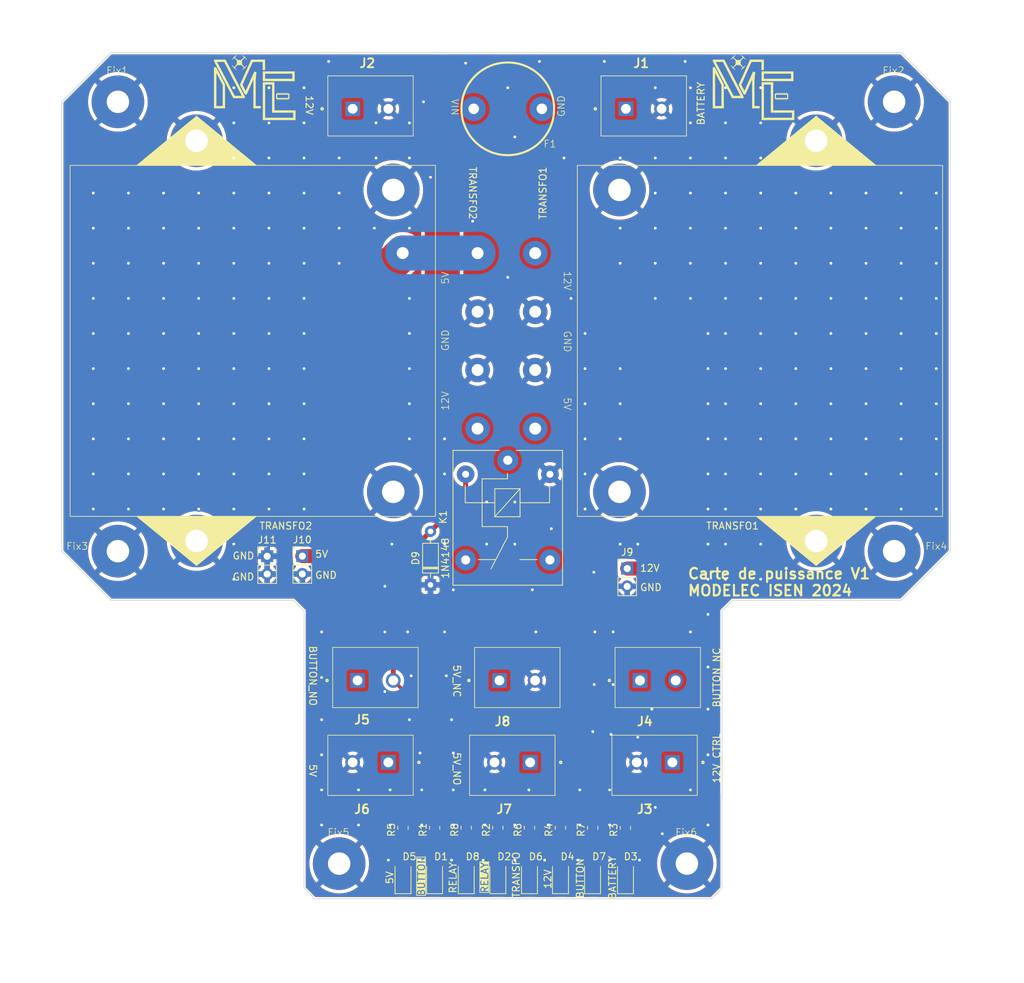
<source format=kicad_pcb>
(kicad_pcb (version 20221018) (generator pcbnew)
  (title_block (title "Carte de puissance") (date "2023-12-20") (rev "1.1") (company "Modelec"))
  (layers (0 "F.Cu" signal) (31 "B.Cu" signal) (34 "B.Paste" user) (35 "F.Paste" user) (36 "B.SilkS" user "B.Silkscreen") (37 "F.SilkS" user "F.Silkscreen") (38 "B.Mask" user) (39 "F.Mask" user) (44 "Edge.Cuts" user))
  (net 0 "")
  (net 1 "GND")
  (net 2 "Net-(D1-A)")
  (net 3 "Net-(D2-A)")
  (net 4 "Net-(D3-A)")
  (net 5 "Net-(D4-A)")
  (net 6 "Net-(D5-A)")
  (net 7 "Net-(D6-A)")
  (net 8 "Net-(D7-A)")
  (net 9 "Net-(D8-A)")
  (net 10 "+12V")
  (net 11 "+5V")
  (net 12 "BUTTON_NO")
  (net 13 "BATTERY")
  (net 14 "RELAY_NO")
  (net 15 "RELAY_NC")
  (net 16 "TRANSFO1")
  (net 17 "BUTTON_NC")
  (footprint "Library:FIX3.2P7.5" (layer "F.Cu") (at 139 96)
    (fp_text reference "Fix4")
    (fp_text value "~")
  )
  (footprint "Library:transfo" (layer "F.Cu") (at 119.4 66.05 -90)
    (fp_text reference "TRANSFO1" hide)
    (fp_text value "TRANSF1")
  )
  (footprint "Resistor_SMD:R_0805_2012Metric" (layer "F.Cu") (at 78.084 135.4 90)
    (fp_text reference "R8")
    (fp_text value "150Ω" hide)
  )
  (footprint "Library:logo_modelec" (layer "F.Cu") (at 48 30)
    (fp_text reference "G***" hide)
    (fp_text value "LOGO" hide)
  )
  (footprint "Resistor_SMD:R_0805_2012Metric" (layer "F.Cu") (at 91.5 135.4 90)
    (fp_text reference "R4")
    (fp_text value "680Ω" hide)
  )
  (footprint "Library:1755736" (layer "F.Cu") (at 100.815 33)
    (fp_text reference "J1")
    (fp_text value "1755736" hide)
  )
  (footprint "Library:FIX3.2P7.5" (layer "F.Cu") (at 139 32)
    (fp_text reference "Fix2")
    (fp_text value "~")
  )
  (footprint "Library:logo_modelec" (layer "F.Cu") (at 119 30)
    (fp_text reference "G***" hide)
    (fp_text value "LOGO" hide)
  )
  (footprint "Library:1755736" (layer "F.Cu") (at 62.62 114.415)
    (fp_text reference "J5")
    (fp_text value "1755736" hide)
  )
  (footprint "Connector_PinHeader_2.54mm:PinHeader_1x02_P2.54mm_Vertical" (layer "F.Cu") (at 54.75 96.71)
    (fp_text reference "J10")
    (fp_text value "Conn_01x02")
  )
  (footprint "Library:1755736" (layer "F.Cu") (at 67 126.085 180)
    (fp_text reference "J6")
    (fp_text value "1755736" hide)
  )
  (footprint "Library:1755736" (layer "F.Cu") (at 107.435 126.085 180)
    (fp_text reference "J3")
    (fp_text value "1755736" hide)
  )
  (footprint "Resistor_SMD:R_0805_2012Metric" (layer "F.Cu") (at 69.084 135.4 90)
    (fp_text reference "R5")
    (fp_text value "150Ω" hide)
  )
  (footprint "Resistor_SMD:R_0805_2012Metric" (layer "F.Cu") (at 82.584 135.4 90)
    (fp_text reference "R2")
    (fp_text value "220Ω" hide)
  )
  (footprint "LED_SMD:LED_1206_3216Metric" (layer "F.Cu") (at 82.584 142.5 90)
    (fp_text reference "D2")
    (fp_text value "RED LED" hide)
  )
  (footprint "Library:1755736" (layer "F.Cu") (at 61.92 33)
    (fp_text reference "J2")
    (fp_text value "1755736" hide)
  )
  (footprint "Library:transfo" (layer "F.Cu") (at 48.2 66.05 90)
    (fp_text reference "TRANSFO2" hide)
    (fp_text value "TRANSF1")
  )
  (footprint "LED_SMD:LED_1206_3216Metric" (layer "F.Cu") (at 69.084 142.5 90)
    (fp_text reference "D5")
    (fp_text value "GREEN LED" hide)
  )
  (footprint "LED_SMD:LED_1206_3216Metric" (layer "F.Cu") (at 91.5 142.5 90)
    (fp_text reference "D4")
    (fp_text value "GREEN LED" hide)
  )
  (footprint "Resistor_SMD:R_0805_2012Metric" (layer "F.Cu") (at 96.084 135.4 90)
    (fp_text reference "R7")
    (fp_text value "680Ω" hide)
  )
  (footprint "Library:1755736" (layer "F.Cu") (at 102.815 114.415)
    (fp_text reference "J4")
    (fp_text value "1755736" hide)
  )
  (footprint "Library:FIX3.2P7.5" (layer "F.Cu") (at 60 140.5)
    (fp_text reference "Fix5")
    (fp_text value "~")
  )
  (footprint "Library:FIX3.2P7.5" (layer "F.Cu") (at 28.5 96)
    (fp_text reference "Fix3")
    (fp_text value "~")
  )
  (footprint "Library:FIX3.2P7.5" (layer "F.Cu") (at 109.5 140.5)
    (fp_text reference "Fix6")
    (fp_text value "~")
  )
  (footprint "LED_SMD:LED_1206_3216Metric" (layer "F.Cu") (at 73.584 142.5 90)
    (fp_text reference "D1")
    (fp_text value "RED LED" hide)
  )
  (footprint "Resistor_SMD:R_0805_2012Metric" (layer "F.Cu") (at 73.584 135.4 90)
    (fp_text reference "R1")
    (fp_text value "680Ω" hide)
  )
  (footprint "LED_SMD:LED_1206_3216Metric" (layer "F.Cu") (at 78.084 142.5 90)
    (fp_text reference "D8")
    (fp_text value "GREEN LED" hide)
  )
  (footprint "Connector_PinHeader_2.54mm:PinHeader_1x02_P2.54mm_Vertical" (layer "F.Cu") (at 101 98.475)
    (fp_text reference "J9")
    (fp_text value "Conn_01x02")
  )
  (footprint "Library:porte fusible E44" (layer "F.Cu") (at 84 33 90)
    (fp_text reference "F1")
    (fp_text value "Fuse" hide)
  )
  (footprint "Library:1755736" (layer "F.Cu") (at 87.185 126.085 180)
    (fp_text reference "J7")
    (fp_text value "1755736" hide)
  )
  (footprint "LED_SMD:LED_1206_3216Metric" (layer "F.Cu") (at 96.072 142.5 90)
    (fp_text reference "D7")
    (fp_text value "GREEN LED" hide)
  )
  (footprint "Library:SRD-05VDC-SL-C" (layer "F.Cu") (at 84 83.05 -90)
    (fp_text reference "K1")
    (fp_text value "SRD-05VDC-SL-C")
  )
  (footprint "Resistor_SMD:R_0805_2012Metric" (layer "F.Cu") (at 100.742 135.408 90)
    (fp_text reference "R3")
    (fp_text value "680Ω" hide)
  )
  (footprint "LED_SMD:LED_1206_3216Metric" (layer "F.Cu") (at 87.084 142.5 90)
    (fp_text reference "D6")
    (fp_text value "GREEN LED" hide)
  )
  (footprint "Library:FIX3.2P7.5" (layer "F.Cu") (at 28.5 32)
    (fp_text reference "Fix1")
    (fp_text value "~")
  )
  (footprint "Library:1755736" (layer "F.Cu") (at 82.815 114.415)
    (fp_text reference "J8")
    (fp_text value "1755736" hide)
  )
  (footprint "Resistor_SMD:R_0805_2012Metric" (layer "F.Cu") (at 87.084 135.4 90)
    (fp_text reference "R6")
    (fp_text value "150Ω" hide)
  )
  (footprint "LED_SMD:LED_1206_3216Metric" (layer "F.Cu") (at 100.75 142.508 90)
    (fp_text reference "D3")
    (fp_text value "GREEN LED" hide)
  )
  (footprint "Diode_THT:D_DO-35_SOD27_P7.62mm_Horizontal" (layer "F.Cu") (at 73 100.81 90)
    (fp_text reference "D9")
    (fp_text value "1N4148")
  )
  (footprint "Connector_PinHeader_2.54mm:PinHeader_1x02_P2.54mm_Vertical" (layer "F.Cu") (at 49.75 96.725)
    (fp_text reference "J11")
    (fp_text value "Conn_01x02")
  )
  (gr_poly (pts (xy 56.5 145.5) (xy 55 144) (xy 55 104.5) (xy 53.5 103) (xy 27.5 103) (xy 20.5 96) (xy 20.5 32) (xy 27.5 25) (xy 69.5 25) (xy 98.5 25) (xy 140 25) (xy 147 32) (xy 147 96) (xy 140 103) (xy 116 103) (xy 114.5 104.5) (xy 114.5 144) (xy 113 145.5)) (stroke (width 0.1)) (fill none) (layer "Edge.Cuts"))
  (gr_text "GND\n" (at 102.75 101.75) (layer "F.SilkS") (effects (font (size 1 1)) (justify left bottom)))
  (gr_text "TRANSFO2" (at 79 45 270) (layer "F.SilkS") (effects (font (size 1 1))))
  (gr_text "GND\n" (at 56.5 100) (layer "F.SilkS") (effects (font (size 1 1)) (justify left bottom)))
  (gr_text "5V" (at 56.5 97) (layer "F.SilkS") (effects (font (size 1 1)) (justify left bottom)))
  (gr_text "GND\n" (at 44.75 97.25) (layer "F.SilkS") (effects (font (size 1 1)) (justify left bottom)))
  (gr_text "TRANSFO1" (at 89 45 90) (layer "F.SilkS") (effects (font (size 1 1))))
  (gr_text "Carte de puissance V1\nMODELEC ISEN 2024" (at 109.5 102.5) (layer "F.SilkS") (effects (font (size 1.5 1.5) (thickness 0.3) bold) (justify left bottom)))
  (gr_text "GND\n" (at 44.75 100.25) (layer "F.SilkS") (effects (font (size 1 1)) (justify left bottom)))
  (gr_text "12V\n" (at 102.75 99) (layer "F.SilkS") (effects (font (size 1 1)) (justify left bottom)))
  (via (at 135 65) (size 0.8) (drill 0.4) (layers "F.Cu" "B.Cu") (net 1))
  (via (at 145 55) (size 0.8) (drill 0.4) (layers "F.Cu" "B.Cu") (net 1))
  (via (at 76.25 101.5) (size 0.8) (drill 0.4) (layers "F.Cu" "B.Cu") (net 1))
  (via (at 96.25 99) (size 0.8) (drill 0.4) (layers "F.Cu" "B.Cu") (net 1))
  (via (at 50 70) (size 0.8) (drill 0.4) (layers "F.Cu" "B.Cu") (net 1))
  (via (at 45 30) (size 0.8) (drill 0.4) (layers "F.Cu" "B.Cu") (net 1))
  (via (at 50 40) (size 0.8) (drill 0.4) (layers "F.Cu" "B.Cu") (net 1))
  (via (at 55 35) (size 0.8) (drill 0.4) (layers "F.Cu" "B.Cu") (net 1))
  (via (at 40 85) (size 0.8) (drill 0.4) (layers "F.Cu" "B.Cu") (net 1))
  (via (at 45 65) (size 0.8) (drill 0.4) (layers "F.Cu" "B.Cu") (net 1))
  (via (at 145 45) (size 0.8) (drill 0.4) (layers "F.Cu" "B.Cu") (net 1))
  (via (at 75 80) (size 0.8) (drill 0.4) (layers "F.Cu" "B.Cu") (net 1))
  (via (at 130 55) (size 0.8) (drill 0.4) (layers "F.Cu" "B.Cu") (net 1))
  (via (at 70 40) (size 0.8) (drill 0.4) (layers "F.Cu" "B.Cu") (net 1))
  (via (at 110 35) (size 0.8) (drill 0.4) (layers "F.Cu" "B.Cu") (net 1))
  (via (at 112.5 112.5) (size 0.8) (drill 0.4) (layers "F.Cu" "B.Cu") (net 1))
  (via (at 73 42.75) (size 0.8) (drill 0.4) (layers "F.Cu" "B.Cu") (net 1))
  (via (at 55 55) (size 0.8) (drill 0.4) (layers "F.Cu" "B.Cu") (net 1))
  (via (at 70 60) (size 0.8) (drill 0.4) (layers "F.Cu" "B.Cu") (net 1))
  (via (at 120 55) (size 0.8) (drill 0.4) (layers "F.Cu" "B.Cu") (net 1))
  (via (at 125 45) (size 0.8) (drill 0.4) (layers "F.Cu" "B.Cu") (net 1))
  (via (at 55 75) (size 0.8) (drill 0.4) (layers "F.Cu" "B.Cu") (net 1))
  (via (at 71.75 130) (size 0.8) (drill 0.4) (layers "F.Cu" "B.Cu") (net 1))
  (via (at 85 95) (size 0.8) (drill 0.4) (layers "F.Cu" "B.Cu") (net 1))
  (via (at 94.25 135) (size 0.8) (drill 0.4) (layers "F.Cu" "B.Cu") (net 1))
  (via (at 45 95) (size 0.8) (drill 0.4) (layers "F.Cu" "B.Cu") (net 1))
  (via (at 76 120) (size 0.8) (drill 0.4) (layers "F.Cu" "B.Cu") (net 1))
  (via (at 25 75) (size 0.8) (drill 0.4) (layers "F.Cu" "B.Cu") (net 1))
  (via (at 60 55) (size 0.8) (drill 0.4) (layers "F.Cu" "B.Cu") (net 1))
  (via (at 110 30) (size 0.8) (drill 0.4) (layers "F.Cu" "B.Cu") (net 1))
  (via (at 135 45) (size 0.8) (drill 0.4) (layers "F.Cu" "B.Cu") (net 1))
  (via (at 102.75 140) (size 0.8) (drill 0.4) (layers "F.Cu" "B.Cu") (net 1))
  (via (at 110 50) (size 0.8) (drill 0.4) (layers "F.Cu" "B.Cu") (net 1))
  (via (at 71.5 140) (size 0.8) (drill 0.4) (layers "F.Cu" "B.Cu") (net 1))
  (via (at 69.75 107.5) (size 0.8) (drill 0.4) (layers "F.Cu" "B.Cu") (net 1))
  (via (at 115 85) (size 0.8) (drill 0.4) (layers "F.Cu" "B.Cu") (net 1))
  (via (at 130 60) (size 0.8) (drill 0.4) (layers "F.Cu" "B.Cu") (net 1))
  (via (at 40 75) (size 0.8) (drill 0.4) (layers "F.Cu" "B.Cu") (net 1))
  (via (at 75.25 113.75) (size 0.8) (drill 0.4) (layers "F.Cu" "B.Cu") (net 1))
  (via (at 84 57) (size 0.8) (drill 0.4) (layers "F.Cu" "B.Cu") (net 1))
  (via (at 40 45) (size 0.8) (drill 0.4) (layers "F.Cu" "B.Cu") (net 1))
  (via (at 120 30) (size 0.8) (drill 0.4) (layers "F.Cu" "B.Cu") (net 1))
  (via (at 75 85) (size 0.8) (drill 0.4) (layers "F.Cu" "B.Cu") (net 1))
  (via (at 135 50) (size 0.8) (drill 0.4) (layers "F.Cu" "B.Cu") (net 1))
  (via (at 115 80) (size 0.8) (drill 0.4) (layers "F.Cu" "B.Cu") (net 1))
  (via (at 35 85) (size 0.8) (drill 0.4) (layers "F.Cu" "B.Cu") (net 1))
  (via (at 120 65) (size 0.8) (drill 0.4) (layers "F.Cu" "B.Cu") (net 1))
  (via (at 94.25 130) (size 0.8) (drill 0.4) (layers "F.Cu" "B.Cu") (net 1))
  (via (at 85 89) (size 0.8) (drill 0.4) (layers "F.Cu" "B.Cu") (net 1))
  (via (at 120 50) (size 0.8) (drill 0.4) (layers "F.Cu" "B.Cu") (net 1))
  (via (at 35 70) (size 0.8) (drill 0.4) (layers "F.Cu" "B.Cu") (net 1))
  (via (at 125 80) (size 0.8) (drill 0.4) (layers "F.Cu" "B.Cu") (net 1))
  (via (at 140 65) (size 0.8) (drill 0.4) (layers "F.Cu" "B.Cu") (net 1))
  (via (at 115 100) (size 0.8) (drill 0.4) (layers "F.Cu" "B.Cu") (net 1))
  (via (at 55 85) (size 0.8) (drill 0.4) (layers "F.Cu" "B.Cu") (net 1))
  (via (at 120 100) (size 0.8) (drill 0.4) (layers "F.Cu" "B.Cu") (net 1))
  (via (at 135 55) (size 0.8) (drill 0.4) (layers "F.Cu" "B.Cu") (net 1))
  (via (at 70 70) (size 0.8) (drill 0.4) (layers "F.Cu" "B.Cu") (net 1))
  (via (at 110 107.5) (size 0.8) (drill 0.4) (layers "F.Cu" "B.Cu") (net 1))
  (via (at 67.25 130) (size 0.8) (drill 0.4) (layers "F.Cu" "B.Cu") (net 1))
  (via (at 30 85) (size 0.8) (drill 0.4) (layers "F.Cu" "B.Cu") (net 1))
  (via (at 65.25 40) (size 0.8) (drill 0.4) (layers "F.Cu" "B.Cu") (net 1))
  (via (at 70 35) (size 0.8) (drill 0.4) (layers "F.Cu" "B.Cu") (net 1))
  (via (at 35 50) (size 0.8) (drill 0.4) (layers "F.Cu" "B.Cu") (net 1))
  (via (at 98.5 135) (size 0.8) (drill 0.4) (layers "F.Cu" "B.Cu") (net 1))
  (via (at 35 90) (size 0.8) (drill 0.4) (layers "F.Cu" "B.Cu") (net 1))
  (via (at 60 40) (size 0.8) (drill 0.4) (layers "F.Cu" "B.Cu") (net 1))
  (via (at 112.5 90) (size 0.8) (drill 0.4) (layers "F.Cu" "B.Cu") (net 1))
  (via (at 95 90) (size 0.8) (drill 0.4) (layers "F.Cu" "B.Cu") (net 1))
  (via (at 50 75) (size 0.8) (drill 0.4) (layers "F.Cu" "B.Cu") (net 1))
  (via (at 115 75) (size 0.8) (drill 0.4) (layers "F.Cu" "B.Cu") (net 1))
  (via (at 98.7 122.1) (size 0.8) (drill 0.4) (layers "F.Cu" "B.Cu") (net 1))
  (via (at 66.5 107.5) (size 0.8) (drill 0.4) (layers "F.Cu" "B.Cu") (net 1))
  (via (at 99 107.5) (size 0.8) (drill 0.4) (layers "F.Cu" "B.Cu") (net 1))
  (via (at 100 75) (size 0.8) (drill 0.4) (layers "F.Cu" "B.Cu") (net 1))
  (via (at 71.75 135) (size 0.8) (drill 0.4) (layers "F.Cu" "B.Cu") (net 1))
  (via (at 25 65) (size 0.8) (drill 0.4) (layers "F.Cu" "B.Cu") (net 1))
  (via (at 105 50) (size 0.8) (drill 0.4) (layers "F.Cu" "B.Cu") (net 1))
  (via (at 102.5 122.5) (size 0.8) (drill 0.4) (layers "F.Cu" "B.Cu") (net 1))
  (via (at 120 35) (size 0.8) (drill 0.4) (layers "F.Cu" "B.Cu") (net 1))
  (via (at 140 75) (size 0.8) (drill 0.4) (layers "F.Cu" "B.Cu") (net 1))
  (via (at 76.25 135) (size 0.8) (drill 0.4) (layers "F.Cu" "B.Cu") (net 1))
  (via (at 100 50) (size 0.8) (drill 0.4) (layers "F.Cu" "B.Cu") (net 1))
  (via (at 95 70) (size 0.8) (drill 0.4) (layers "F.Cu" "B.Cu") (net 1))
  (via (at 90.2 92.8) (size 0.8) (drill 0.4) (layers "F.Cu" "B.Cu") (net 1))
  (via (at 85 135) (size 0.8) (drill 0.4) (layers "F.Cu" "B.Cu") (net 1))
  (via (at 130 75) (size 0.8) (drill 0.4) (layers "F.Cu" "B.Cu") (net 1))
  (via (at 115 70) (size 0.8) (drill 0.4) (layers "F.Cu" "B.Cu") (net 1))
  (via (at 110 60) (size 0.8) (drill 0.4) (layers "F.Cu" "B.Cu") (net 1))
  (via (at 79 49) (size 0.8) (drill 0.4) (layers "F.Cu" "B.Cu") (net 1))
  (via (at 96.1 121.7) (size 0.8) (drill 0.4) (layers "F.Cu" "B.Cu") (net 1))
  (via (at 140 90) (size 0.8) (drill 0.4) (layers "F.Cu" "B.Cu") (net 1))
  (via (at 25 90) (size 0.8) (drill 0.4) (layers "F.Cu" "B.Cu") (net 1))
  (via (at 45 60) (size 0.8) (drill 0.4) (layers "F.Cu" "B.Cu") (net 1))
  (via (at 35 60) (size 0.8) (drill 0.4) (layers "F.Cu" "B.Cu") (net 1))
  (via (at 88.5 26.25) (size 0.8) (drill 0.4) (layers "F.Cu" "B.Cu") (net 1))
  (via (at 50 65) (size 0.8) (drill 0.4) (layers "F.Cu" "B.Cu") (net 1))
  (via (at 30 50) (size 0.8) (drill 0.4) (layers "F.Cu" "B.Cu") (net 1))
  (via (at 94 140) (size 0.8) (drill 0.4) (layers "F.Cu" "B.Cu") (net 1))
  (via (at 30 60) (size 0.8) (drill 0.4) (layers "F.Cu" "B.Cu") (net 1))
  (via (at 130 90) (size 0.8) (drill 0.4) (layers "F.Cu" "B.Cu") (net 1))
  (via (at 57.5 120) (size 0.8) (drill 0.4) (layers "F.Cu" "B.Cu") (net 1))
  (via (at 35 55) (size 0.8) (drill 0.4) (layers "F.Cu" "B.Cu") (net 1))
  (via (at 87.5 101.5) (size 0.8) (drill 0.4) (layers "F.Cu" "B.Cu") (net 1))
  (via (at 83.5 120.25) (size 0.8) (drill 0.4) (layers "F.Cu" "B.Cu") (net 1))
  (via (at 67.25 135) (size 0.8) (drill 0.4) (layers "F.Cu" "B.Cu") (net 1))
  (via (at 112.5 118.5) (size 0.8) (drill 0.4) (layers "F.Cu" "B.Cu") (net 1))
  (via (at 50 30) (size 0.8) (drill 0.4) (layers "F.Cu" "B.Cu") (net 1))
  (via (at 66.5 101) (size 0.8) (drill 0.4) (layers "F.Cu" "B.Cu") (net 1))
  (via (at 112.5 80) (size 0.8) (drill 0.4) (layers "F.Cu" "B.Cu") (net 1))
  (via (at 67.5 95) (size 0.8) (drill 0.4) (layers "F.Cu" "B.Cu") (net 1))
  (via (at 120 95) (size 0.8) (drill 0.4) (layers "F.Cu" "B.Cu") (net 1))
  (via (at 125 70) (size 0.8) (drill 0.4) (layers "F.Cu" "B.Cu") (net 1))
  (via (at 98.5 140) (size 0.8) (drill 0.4) (layers "F.Cu" "B.Cu") (net 1))
  (via (at 50 50) (size 0.8) (drill 0.4) (layers "F.Cu" "B.Cu") (net 1))
  (via (at 140 55) (size 0.8) (drill 0.4) (layers "F.Cu" "B.Cu") (net 1))
  (via (at 145 60) (size 0.8) (drill 0.4) (layers "F.Cu" "B.Cu") (net 1))
  (via (at 60 45) (size 0.8) (drill 0.4) (layers "F.Cu" "B.Cu") (net 1))
  (via (at 112.5 70) (size 0.8) (drill 0.4) (layers "F.Cu" "B.Cu") (net 1))
  (via (at 95 75) (size 0.8) (drill 0.4) (layers "F.Cu" "B.Cu") (net 1))
  (via (at 130 80) (size 0.8) (drill 0.4) (layers "F.Cu" "B.Cu") (net 1))
  (via (at 45 75) (size 0.8) (drill 0.4) (layers "F.Cu" "B.Cu") (net 1))
  (via (at 115 95) (size 0.8) (drill 0.4) (layers "F.Cu" "B.Cu") (net 1))
  (via (at 110 40) (size 0.8) (drill 0.4) (layers "F.Cu" "B.Cu") (net 1))
  (via (at 120 60) (size 0.8) (drill 0.4) (layers "F.Cu" "B.Cu") (net 1))
  (via (at 50 45) (size 0.8) (drill 0.4) (layers "F.Cu" "B.Cu") (net 1))
  (via (at 80.75 130) (size 0.8) (drill 0.4) (layers "F.Cu" "B.Cu") (net 1))
  (via (at 112.5 75) (size 0.8) (drill 0.4) (layers "F.Cu" "B.Cu") (net 1))
  (via (at 100 70) (size 0.8) (drill 0.4) (layers "F.Cu" "B.Cu") (net 1))
  (via (at 98.5 130) (size 0.8) (drill 0.4) (layers "F.Cu" "B.Cu") (net 1))
  (via (at 106 136.25) (size 0.8) (drill 0.4) (layers "F.Cu" "B.Cu") (net 1))
  (via (at 135 80) (size 0.8) (drill 0.4) (layers "F.Cu" "B.Cu") (net 1))
  (via (at 110 55) (size 0.8) (drill 0.4) (layers "F.Cu" "B.Cu") (net 1))
  (via (at 89.75 135) (size 0.8) (drill 0.4) (layers "F.Cu" "B.Cu") (net 1))
  (via (at 145 70) (size 0.8) (drill 0.4) (layers "F.Cu" "B.Cu") (net 1))
  (via (at 62.75 130) (size 0.8) (drill 0.4) (layers "F.Cu" "B.Cu") (net 1))
  (via (at 115 60) (size 0.8) (drill 0.4) (layers "F.Cu" "B.Cu") (net 1))
  (via (at 30 75) (size 0.8) (drill 0.4) (layers "F.Cu" "B.Cu") (net 1))
  (via (at 81 89) (size 0.8) (drill 0.4) (layers "F.Cu" "B.Cu") (net 1))
  (via (at 140 80) (size 0.8) (drill 0.4) (layers "F.Cu" "B.Cu") (net 1))
  (via (at 76.25 130) (size 0.8) (drill 0.4) (layers "F.Cu" "B.Cu") (net 1))
  (via (at 81 95) (size 0.8) (drill 0.4) (layers "F.Cu" "B.Cu") (net 1))
  (via (at 71.5 124.75) (size 0.8) (drill 0.4) (layers "F.Cu" "B.Cu") (net 1))
  (via (at 57.5 107.5) (size 0.8) (drill 0.4) (layers "F.Cu" "B.Cu") (net 1))
  (via (at 87 130) (size 0.8) (drill 0.4) (layers "F.Cu" "B.Cu") (net 1))
  (via (at 30 80) (size 0.8) (drill 0.4) (layers "F.Cu" "B.Cu") (net 1))
  (via (at 95 85) (size 0.8) (drill 0.4) (layers "F.Cu" "B.Cu") (net 1))
  (via (at 45 80) (size 0.8) (drill 0.4) (layers "F.Cu" "B.Cu") (net 1))
  (via (at 135 85) (size 0.8) (drill 0.4) (layers "F.Cu" "B.Cu") (net 1))
  (via (at 112.5 125) (size 0.8) (drill 0.4) (layers "F.Cu" "B.Cu") (net 1))
  (via (at 25 50) (size 0.8) (drill 0.4) (layers "F.Cu" "B.Cu") (net 1))
  (via (at 40 65) (size 0.8) (drill 0.4) (layers "F.Cu" "B.Cu") (net 1))
  (via (at 125 55) (size 0.8) (drill 0.4) (layers "F.Cu" "B.Cu") (net 1))
  (via (at 120 70) (size 0.8) (drill 0.4) (layers "F.Cu" "B.Cu") (net 1))
  (via (at 67 140) (size 0.8) (drill 0.4) (layers "F.Cu" "B.Cu") (net 1))
  (via (at 25 45) (size 0.8) (drill 0.4) (layers "F.Cu" "B.Cu") (net 1))
  (via (at 65 50) (size 0.8) (drill 0.4) (layers "F.Cu" "B.Cu") (net 1))
  (via (at 115 30) (size 0.8) (drill 0.4) (layers "F.Cu" "B.Cu") (net 1))
  (via (at 50 85) (size 0.8) (drill 0.4) (layers "F.Cu" "B.Cu") (net 1))
  (via (at 115 55) (size 0.8) (drill 0.4) (layers "F.Cu" "B.Cu") (net 1))
  (via (at 55 50) (size 0.8) (drill 0.4) (layers "F.Cu" "B.Cu") (net 1))
  (via (at 45 90) (size 0.8) (drill 0.4) (layers "F.Cu" "B.Cu") (net 1))
  (via (at 115 65) (size 0.8) (drill 0.4) (layers "F.Cu" "B.Cu") (net 1))
  (via (at 55 30) (size 0.8) (drill 0.4) (layers "F.Cu" "B.Cu") (net 1))
  (via (at 25 55) (size 0.8) (drill 0.4) (layers "F.Cu" "B.Cu") (net 1))
  (via (at 50 90) (size 0.8) (drill 0.4) (layers "F.Cu" "B.Cu") (net 1))
  (via (at 145 85) (size 0.8) (drill 0.4) (layers "F.Cu" "B.Cu") (net 1))
  (via (at 110 130) (size 0.8) (drill 0.4) (layers "F.Cu" "B.Cu") (net 1))
  (via (at 140 60) (size 0.8) (drill 0.4) (layers "F.Cu" "B.Cu") (net 1))
  (via (at 115 40) (size 0.8) (drill 0.4) (layers "F.Cu" "B.Cu") (net 1))
  (via (at 25 70) (size 0.8) (drill 0.4) (layers "F.Cu" "B.Cu") (net 1))
  (via (at 50 60) (size 0.8) (drill 0.4) (layers "F.Cu" "B.Cu") (net 1))
  (via (at 25 80) (size 0.8) (drill 0.4) (layers "F.Cu" "B.Cu") (net 1))
  (via (at 105 60) (size 0.8) (drill 0.4) (layers "F.Cu" "B.Cu") (net 1))
  (via (at 125 65) (size 0.8) (drill 0.4) (layers "F.Cu" "B.Cu") (net 1))
  (via (at 40 55) (size 0.8) (drill 0.4) (layers "F.Cu" "B.Cu") (net 1))
  (via (at 112.5 105) (size 0.8) (drill 0.4) (layers "F.Cu" "B.Cu") (net 1))
  (via (at 95 80) (size 0.8) (drill 0.4) (layers "F.Cu" "B.Cu") (net 1))
  (via (at 45 45) (size 0.8) (drill 0.4) (layers "F.Cu" "B.Cu") (net 1))
  (via (at 100 40) (size 0.8) (drill 0.4) (layers "F.Cu" "B.Cu") (net 1))
  (via (at 99 115) (size 0.8) (drill 0.4) (layers "F.Cu" "B.Cu") (net 1))
  (via (at 109.25 26.25) (size 0.8) (drill 0.4) (layers "F.Cu" "B.Cu") (net 1))
  (via (at 50 80) (size 0.8) (drill 0.4) (layers "F.Cu" "B.Cu") (net 1))
  (via (at 145 50) (size 0.8) (drill 0.4) (layers "F.Cu" "B.Cu") (net 1))
  (via (at 115 35) (size 0.8) (drill 0.4) (layers "F.Cu" "B.Cu") (net 1))
  (via (at 45 70) (size 0.8) (drill 0.4) (layers "F.Cu" "B.Cu") (net 1))
  (via (at 130 70) (size 0.8) (drill 0.4) (layers "F.Cu" "B.Cu") (net 1))
  (via (at 40 70) (size 0.8) (drill 0.4) (layers "F.Cu" "B.Cu") (net 1))
  (via (at 84 30) (size 0.8) (drill 0.4) (layers "F.Cu" "B.Cu") (net 1))
  (via (at 40 90) (size 0.8) (drill 0.4) (layers "F.Cu" "B.Cu") (net 1))
  (via (at 55 65) (size 0.8) (drill 0.4) (layers "F.Cu" "B.Cu") (net 1))
  (via (at 70 65) (size 0.8) (drill 0.4) (layers "F.Cu" "B.Cu") (net 1))
  (via (at 78 26.5) (size 0.8) (drill 0.4) (layers "F.Cu" "B.Cu") (net 1))
  (via (at 55 60) (size 0.8) (drill 0.4) (layers "F.Cu" "B.Cu") (net 1))
  (via (at 72 32) (size 0.8) (drill 0.4) (layers "F.Cu" "B.Cu") (net 1))
  (via (at 97.75 26.25) (size 0.8) (drill 0.4) (layers "F.Cu" "B.Cu") (net 1))
  (via (at 93 60) (size 0.8) (drill 0.4) (layers "F.Cu" "B.Cu") (net 1))
  (via (at 110 45) (size 0.8) (drill 0.4) (layers "F.Cu" "B.Cu") (net 1))
  (via (at 135 75) (size 0.8) (drill 0.4) (layers "F.Cu" "B.Cu") (net 1))
  (via (at 125 90) (size 0.8) (drill 0.4) (layers "F.Cu" "B.Cu") (net 1))
  (via (at 96.3 115) (size 0.8) (drill 0.4) (layers "F.Cu" "B.Cu") (net 1))
  (via (at 57.5 130) (size 0.8) (drill 0.4) (layers "F.Cu" "B.Cu") (net 1))
  (via (at 102.5 95) (size 0.8) (drill 0.4) (layers "F.Cu" "B.Cu") (net 1))
  (via (at 145 80) (size 0.8) (drill 0.4) (layers "F.Cu" "B.Cu") (net 1))
  (via (at 80.75 135) (size 0.8) (drill 0.4) (layers "F.Cu" "B.Cu") (net 1))
  (via (at 60 50) (size 0.8) (drill 0.4) (layers "F.Cu" "B.Cu") (net 1))
  (via (at 89.25 140) (size 0.8) (drill 0.4) (layers "F.Cu" "B.Cu") (net 1))
  (via (at 35 45) (size 0.8) (drill 0.4) (layers "F.Cu" "B.Cu") (net 1))
  (via (at 120 90) (size 0.8) (drill 0.4) (layers "F.Cu" "B.Cu") (net 1))
  (via (at 30 55) (size 0.8) (drill 0.4) (layers "F.Cu" "B.Cu") (net 1))
  (via (at 30 65) (size 0.8) (drill 0.4) (layers "F.Cu" "B.Cu") (net 1))
  (via (at 45 50) (size 0.8) (drill 0.4) (layers "F.Cu" "B.Cu") (net 1))
  (via (at 115 90) (size 0.8) (drill 0.4) (layers "F.Cu" "B.Cu") (net 1))
  (via (at 70 120) (size 0.8) (drill 0.4) (layers "F.Cu" "B.Cu") (net 1))
  (via (at 35 75) (size 0.8) (drill 0.4) (layers "F.Cu" "B.Cu") (net 1))
  (via (at 125 75) (size 0.8) (drill 0.4) (layers "F.Cu" "B.Cu") (net 1))
  (via (at 130 50) (size 0.8) (drill 0.4) (layers "F.Cu" "B.Cu") (net 1))
  (via (at 75 95) (size 0.8) (drill 0.4) (layers "F.Cu" "B.Cu") (net 1))
  (via (at 75 107.5) (size 0.8) (drill 0.4) (layers "F.Cu" "B.Cu") (net 1))
  (via (at 112.5 135) (size 0.8) (drill 0.4) (layers "F.Cu" "B.Cu") (net 1))
  (via (at 120 45) (size 0.8) (drill 0.4) (layers "F.Cu" "B.Cu") (net 1))
  (via (at 88 107.5) (size 0.8) (drill 0.4) (layers "F.Cu" "B.Cu") (net 1))
  (via (at 55 80) (size 0.8) (drill 0.4) (layers "F.Cu" "B.Cu") (net 1))
  (via (at 125 60) (size 0.8) (drill 0.4) (layers "F.Cu" "B.Cu") (net 1))
  (via (at 76.25 124.75) (size 0.8) (drill 0.4) (layers "F.Cu" "B.Cu") (net 1))
  (via (at 112.5 100) (size 0.8) (drill 0.4) (layers "F.Cu" "B.Cu") (net 1))
  (via (at 70 50) (size 0.8) (drill 0.4) (layers "F.Cu" "B.Cu") (net 1))
  (via (at 55 40) (size 0.8) (drill 0.4) (layers "F.Cu" "B.Cu") (net 1))
  (via (at 80.5 140) (size 0.8) (drill 0.4) (layers "F.Cu" "B.Cu") (net 1))
  (via (at 85 140) (size 0.8) (drill 0.4) (layers "F.Cu" "B.Cu") (net 1))
  (via (at 35 80) (size 0.8) (drill 0.4) (layers "F.Cu" "B.Cu") (net 1))
  (via (at 30 45) (size 0.8) (drill 0.4) (layers "F.Cu" "B.Cu") (net 1))
  (via (at 140 45) (size 0.8) (drill 0.4) (layers "F.Cu" "B.Cu") (net 1))
  (via (at 30 90) (size 0.8) (drill 0.4) (layers "F.Cu" "B.Cu") (net 1))
  (via (at 145 65) (size 0.8) (drill 0.4) (layers "F.Cu" "B.Cu") (net 1))
  (via (at 70 80) (size 0.8) (drill 0.4) (layers "F.Cu" "B.Cu") (net 1))
  (via (at 25 85) (size 0.8) (drill 0.4) (layers "F.Cu" "B.Cu") (net 1))
  (via (at 140 85) (size 0.8) (drill 0.4) (layers "F.Cu" "B.Cu") (net 1))
  (via (at 40 80) (size 0.8) (drill 0.4) (layers "F.Cu" "B.Cu") (net 1))
  (via (at 58.5 26.25) (size 0.8) (drill 0.4) (layers "F.Cu" "B.Cu") (net 1))
  (via (at 55 90) (size 0.8) (drill 0.4) (layers "F.Cu" "B.Cu") (net 1))
  (via (at 105 45) (size 0.8) (drill 0.4) (layers "F.Cu" "B.Cu") (net 1))
  (via (at 135 70) (size 0.8) (drill 0.4) (layers "F.Cu" "B.Cu") (net 1))
  (via (at 120 80) (size 0.8) (drill 0.4) (layers "F.Cu" "B.Cu") (net 1))
  (via (at 140 70) (size 0.8) (drill 0.4) (layers "F.Cu" "B.Cu") (net 1))
  (via (at 40 50) (size 0.8) (drill 0.4) (layers "F.Cu" "B.Cu") (net 1))
  (via (at 120 85) (size 0.8) (drill 0.4) (layers "F.Cu" "B.Cu") (net 1))
  (via (at 55 70) (size 0.8) (drill 0.4) (layers "F.Cu" "B.Cu") (net 1))
  (via (at 30 70) (size 0.8) (drill 0.4) (layers "F.Cu" "B.Cu") (net 1))
  (via (at 130 45) (size 0.8) (drill 0.4) (layers "F.Cu" "B.Cu") (net 1))
  (via (at 50 35) (size 0.8) (drill 0.4) (layers "F.Cu" "B.Cu") (net 1))
  (via (at 45 55) (size 0.8) (drill 0.4) (layers "F.Cu" "B.Cu") (net 1))
  (via (at 45 40) (size 0.8) (drill 0.4) (layers "F.Cu" "B.Cu") (net 1))
  (via (at 70 75) (size 0.8) (drill 0.4) (layers "F.Cu" "B.Cu") (net 1))
  (via (at 125 50) (size 0.8) (drill 0.4) (layers "F.Cu" "B.Cu") (net 1))
  (via (at 65.25 35) (size 0.8) (drill 0.4) (layers "F.Cu" "B.Cu") (net 1))
  (via (at 85 37) (size 0.8) (drill 0.4) (layers "F.Cu" "B.Cu") (net 1))
  (via (at 130 85) (size 0.8) (drill 0.4) (layers "F.Cu" "B.Cu") (net 1))
  (via (at 105 30) (size 0.8) (drill 0.4) (layers "F.Cu" "B.Cu") (net 1))
  (via (at 57.5 135) (size 0.8) (drill 0.4) (layers "F.Cu" "B.Cu") (net 1))
  (via (at 57.5 125) (size 0.8) (drill 0.4) (layers "F.Cu" "B.Cu") (net 1))
  (via (at 100 95) (size 0.8) (drill 0.4) (layers "F.Cu" "B.Cu") (net 1))
  (via (at 25 60) (size 0.8) (drill 0.4) (layers "F.Cu" "B.Cu") (net 1))
  (via (at 115 50) (size 0.8) (drill 0.4) (layers "F.Cu" "B.Cu") (net 1))
  (via (at 115 45) (size 0.8) (drill 0.4) (layers "F.Cu" "B.Cu") (net 1))
  (via (at 140 50) (size 0.8) (drill 0.4) (layers "F.Cu" "B.Cu") (net 1))
  (via (at 92 40) (size 0.8) (drill 0.4) (layers "F.Cu" "B.Cu") (net 1))
  (via (at 125 85) (size 0.8) (drill 0.4) (layers "F.Cu" "B.Cu") (net 1))
  (via (at 100 80) (size 0.8) (drill 0.4) (layers "F.Cu" "B.Cu") (net 1))
  (via (at 62.75 135) (size 0.8) (drill 0.4) (layers "F.Cu" "B.Cu") (net 1))
  (via (at 57.5 114) (size 0.8) (drill 0.4) (layers "F.Cu" "B.Cu") (net 1))
  (via (at 145 75) (size 0.8) (drill 0.4) (layers "F.Cu" "B.Cu") (net 1))
  (via (at 130 65) (size 0.8) (drill 0.4) (layers "F.Cu" "B.Cu") (net 1))
  (via (at 135 90) (size 0.8) (drill 0.4) (layers "F.Cu" "B.Cu") (net 1))
  (via (at 35 65) (size 0.8) (drill 0.4) (layers "F.Cu" "B.Cu") (net 1))
  (via (at 112.5 85) (size 0.8) (drill 0.4) (layers "F.Cu" "B.Cu") (net 1))
  (via (at 120 40) (size 0.8) (drill 0.4) (layers "F.Cu" "B.Cu") (net 1))
  (via (at 95 65) (size 0.8) (drill 0.4) (layers "F.Cu" "B.Cu") (net 1))
  (via (at 100 55) (size 0.8) (drill 0.4) (layers "F.Cu" "B.Cu") (net 1))
  (via (at 105 40) (size 0.8) (drill 0.4) (layers "F.Cu" "B.Cu") (net 1))
  (via (at 66.5 116) (size 0.8) (drill 0.4) (layers "F.Cu" "B.Cu") (net 1))
  (via (at 50 55) (size 0.8) (drill 0.4) (layers "F.Cu" "B.Cu") (net 1))
  (via (at 112.5 65) (size 0.8) (drill 0.4) (layers "F.Cu" "B.Cu") (net 1))
  (via (at 40 60) (size 0.8) (drill 0.4) (layers "F.Cu" "B.Cu") (net 1))
  (via (at 76 140) (size 0.8) (drill 0.4) (layers "F.Cu" "B.Cu") (net 1))
  (via (at 112.5 95) (size 0.8) (drill 0.4) (layers "F.Cu" "B.Cu") (net 1))
  (via (at 96.4 107.5) (size 0.8) (drill 0.4) (layers "F.Cu" "B.Cu") (net 1))
  (via (at 55 45) (size 0.8) (drill 0.4) (layers "F.Cu" "B.Cu") (net 1))
  (via (at 45 100) (size 0.8) (drill 0.4) (layers "F.Cu" "B.Cu") (net 1))
  (via (at 120 75) (size 0.8) (drill 0.4) (layers "F.Cu" "B.Cu") (net 1))
  (via (at 105 132.5) (size 0.8) (drill 0.4) (layers "F.Cu" "B.Cu") (net 1))
  (via (at 105 55) (size 0.8) (drill 0.4) (layers "F.Cu" "B.Cu") (net 1))
  (via (at 104.5 118.5) (size 0.8) (drill 0.4) (layers "F.Cu" "B.Cu") (net 1))
  (via (at 70.25 113.75) (size 0.8) (drill 0.4) (layers "F.Cu" "B.Cu") (net 1))
  (via (at 145 90) (size 0.8) (drill 0.4) (layers "F.Cu" "B.Cu") (net 1))
  (via (at 45 35) (size 0.8) (drill 0.4) (layers "F.Cu" "B.Cu") (net 1))
  (via (at 45 85) (size 0.8) (drill 0.4) (layers "F.Cu" "B.Cu") (net 1))
  (via (at 135 60) (size 0.8) (drill 0.4) (layers "F.Cu" "B.Cu") (net 1))
  (segment (start 73.584 136.3125) (end 73.584 141.1) (width 0.5) (layer "F.Cu") (net 2))
  (segment (start 82.584 136.3125) (end 82.584 141.1) (width 0.5) (layer "F.Cu") (net 3))
  (segment (start 100.742 141.1) (end 100.75 141.108) (width 0.5) (layer "F.Cu") (net 4))
  (segment (start 100.742 136.3205) (end 100.742 141.1) (width 0.5) (layer "F.Cu") (net 4))
  (segment (start 91.5 136.3125) (end 91.5 141.1) (width 0.5) (layer "F.Cu") (net 5))
  (segment (start 69.084 136.3125) (end 69.084 141.1) (width 0.5) (layer "F.Cu") (net 6))
  (segment (start 87.084 136.3125) (end 87.084 141.1) (width 0.5) (layer "F.Cu") (net 7))
  (segment (start 96.084 136.3125) (end 96.084 141.088) (width 0.5) (layer "F.Cu") (net 8))
  (segment (start 96.084 141.088) (end 96.072 141.1) (width 0.5) (layer "F.Cu") (net 8))
  (segment (start 78.084 136.3125) (end 78.084 141.1) (width 0.5) (layer "F.Cu") (net 9))
  (segment (start 91.5 131) (end 102.5 120) (width 0.5) (layer "F.Cu") (net 10))
  (segment (start 73.25 27.75) (end 65 27.75) (width 5) (layer "F.Cu") (net 10))
  (segment (start 79.76 78.54) (end 74.676 73.456) (width 5) (layer "F.Cu") (net 10))
  (segment (start 108 102.68) (end 102.815 107.865) (width 5) (layer "F.Cu") (net 10))
  (segment (start 89.6 52.55) (end 89.6 50.35) (width 10) (layer "F.Cu") (net 10))
  (segment (start 61.92 30.83) (end 61.92 33) (width 5) (layer "F.Cu") (net 10))
  (segment (start 78.5 33) (end 78.5 39.25) (width 10) (layer "F.Cu") (net 10))
  (segment (start 87.9 53.55) (end 92.934063 53.55) (width 5) (layer "F.Cu") (net 10))
  (segment (start 102.5 120) (end 102.5 114.415) (width 0.5) (layer "F.Cu") (net 10))
  (segment (start 78.5 33) (end 73.25 27.75) (width 5) (layer "F.Cu") (net 10))
  (segment (start 65 27.75) (end 61.92 30.83) (width 5) (layer "F.Cu") (net 10))
  (segment (start 102.815 114.415) (end 102 114.415) (width 0.5) (layer "F.Cu") (net 10))
  (segment (start 74.676 73.456) (end 74.676 46.824) (width 5) (layer "F.Cu") (net 10))
  (segment (start 92.934063 53.55) (end 108 68.615937) (width 5) (layer "F.Cu") (net 10))
  (segment (start 91.5 134.4875) (end 91.5 131) (width 0.5) (layer "F.Cu") (net 10))
  (segment (start 74.676 46.824) (end 80.375 41.125) (width 5) (layer "F.Cu") (net 10))
  (segment (start 89.6 50.35) (end 80.375 41.125) (width 10) (layer "F.Cu") (net 10))
  (segment (start 101 98.475) (end 107.775 98.475) (width 2) (layer "F.Cu") (net 10))
  (segment (start 78.5 39.25) (end 80.375 41.125) (width 10) (layer "F.Cu") (net 10))
  (segment (start 102.815 107.865) (end 102.5 114.415) (width 5) (layer "F.Cu") (net 10))
  (segment (start 108 68.615937) (end 108 102.68) (width 5) (layer "F.Cu") (net 10))
  (segment (start 54.75 96.71) (end 62.58 96.71) (width 2) (layer "F.Cu") (net 11))
  (segment (start 62.62 94.12) (end 60.25 91.75) (width 5) (layer "F.Cu") (net 11))
  (segment (start 60.25 83.5) (end 60.25 91.75) (width 5) (layer "F.Cu") (net 11))
  (segment (start 67 126.085) (end 67 124) (width 5) (layer "F.Cu") (net 11))
  (segment (start 62.62 81.13) (end 60.25 83.5) (width 5) (layer "F.Cu") (net 11))
  (segment (start 69.084 134.4875) (end 69.084 128.169) (width 0.5) (layer "F.Cu") (net 11))
  (segment (start 67 124) (end 62.62 119.62) (width 5) (layer "F.Cu") (net 11))
  (segment (start 62.62 59.96) (end 69.04 53.54) (width 5) (layer "F.Cu") (net 11))
  (segment (start 62.62 119.62) (end 62.62 94.12) (width 5) (layer "F.Cu") (net 11))
  (segment (start 62.62 59.96) (end 62.62 81.13) (width 5) (layer "F.Cu") (net 11))
  (segment (start 69.084 128.169) (end 67 126.085) (width 0.5) (layer "F.Cu") (net 11))
  (via (at 69.04 53.54) (size 3.5) (drill 1.7) (layers "F.Cu" "B.Cu") (net 11))
  (segment (start 79.72 53.5) (end 79.76 53.54) (width 5) (layer "B.Cu") (net 11))
  (segment (start 69.04 53.54) (end 79.76 53.54) (width 5) (layer "B.Cu") (net 11))
  (segment (start 67.7 114.415) (end 67.7 98.49) (width 0.7) (layer "F.Cu") (net 12))
  (segment (start 73.584 120.299) (end 73.584 134.4875) (width 0.5) (layer "F.Cu") (net 12))
  (segment (start 67.7 114.415) (end 73.584 120.299) (width 0.5) (layer "F.Cu") (net 12))
  (segment (start 67.7 98.49) (end 73 93.19) (width 0.7) (layer "F.Cu") (net 12))
  (segment (start 78 88.19) (end 73 93.19) (width 0.7) (layer "F.Cu") (net 12))
  (segment (start 78 85.05) (end 78 88.19) (width 0.7) (layer "F.Cu") (net 12))
  (segment (start 109.0045 134.4955) (end 113.75 129.75) (width 0.5) (layer "F.Cu") (net 13))
  (segment (start 90.5 33) (end 98 33) (width 10) (layer "F.Cu") (net 13))
  (segment (start 113.75 45.935) (end 100.815 33) (width 0.5) (layer "F.Cu") (net 13))
  (segment (start 113.75 129.75) (end 113.75 45.935) (width 0.5) (layer "F.Cu") (net 13))
  (segment (start 100.742 134.4955) (end 109.0045 134.4955) (width 0.5) (layer "F.Cu") (net 13))
  (segment (start 82.584 134.4875) (end 82.584 130.686) (width 0.5) (layer "F.Cu") (net 14))
  (segment (start 90 97.25) (end 90 97.3) (width 5) (layer "F.Cu") (net 14))
  (segment (start 90 97.3) (end 93 100.3) (width 5) (layer "F.Cu") (net 14))
  (segment (start 93 100.3) (end 93 120.27) (width 5) (layer "F.Cu") (net 14))
  (segment (start 82.584 130.686) (end 87.185 126.085) (width 0.5) (layer "F.Cu") (net 14))
  (segment (start 93 120.27) (end 87.185 126.085) (width 5) (layer "F.Cu") (net 14))
  (segment (start 82.815 102.065) (end 78 97.25) (width 5) (layer "F.Cu") (net 15))
  (segment (start 82.815 117.159695) (end 82.815 114.415) (width 0.5) (layer "F.Cu") (net 15))
  (segment (start 78.084 134.4875) (end 78.084 121.890695) (width 0.5) (layer "F.Cu") (net 15))
  (segment (start 78.084 121.890695) (end 82.815 117.159695) (width 0.5) (layer "F.Cu") (net 15))
  (segment (start 82.815 114.415) (end 82.815 102.065) (width 5) (layer "F.Cu") (net 15))
  (segment (start 84 83.05) (end 87.9 79.15) (width 5) (layer "F.Cu") (net 16))
  (segment (start 87.9 79.15) (end 87.9 78.55) (width 5) (layer "F.Cu") (net 16))
  (segment (start 97.5 96.55) (end 97.5 122) (width 0.5) (layer "F.Cu") (net 16))
  (segment (start 97.5 122) (end 87.084 132.416) (width 0.5) (layer "F.Cu") (net 16))
  (segment (start 84 83.05) (end 97.5 96.55) (width 0.5) (layer "F.Cu") (net 16))
  (segment (start 87.084 132.416) (end 87.084 134.4875) (width 0.5) (layer "F.Cu") (net 16))
  (segment (start 109 115.02) (end 108.3 114.415) (width 5) (layer "F.Cu") (net 17))
  (segment (start 104.25 130) (end 107.435 126.815) (width 0.5) (layer "F.Cu") (net 17))
  (segment (start 107.435 126.085) (end 109 124.52) (width 5) (layer "F.Cu") (net 17))
  (segment (start 100.5715 130) (end 96.084 134.4875) (width 0.5) (layer "F.Cu") (net 17))
  (segment (start 104.25 130) (end 100.5715 130) (width 0.5) (layer "F.Cu") (net 17))
  (segment (start 109 124.52) (end 109 115.02) (width 5) (layer "F.Cu") (net 17))
  (zone (net 1) (net_name "GND") (layer "F.Cu") (priority 1) (connect_pads (clearance 0.5)) (min_thickness 0.25) (fill yes (thermal_gap 0.5) (thermal_bridge_width 0.8))
    (polygon (pts (xy 157.5 157.5) (xy 157.5 17.5) (xy 12.5 17.5) (xy 12.5 157.5)))
  )
  (zone (net 1) (net_name "GND") (layer "B.Cu") (name "Plan de masse") (connect_pads (clearance 0.5)) (min_thickness 0.25) (fill yes (thermal_gap 0.5) (thermal_bridge_width 0.8))
    (polygon (pts (xy 15 155) (xy 155 155) (xy 155 20) (xy 15 20)))
  )
)
</source>
